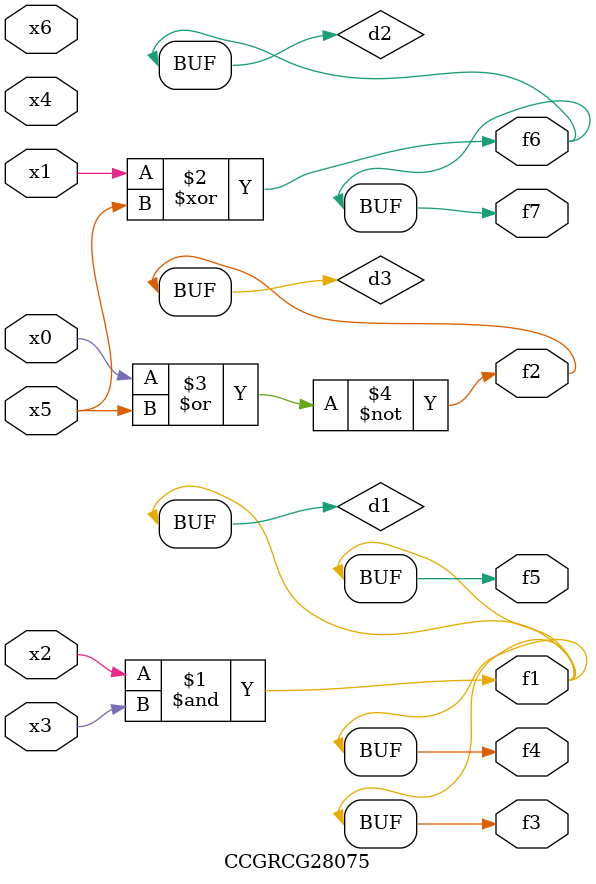
<source format=v>
module CCGRCG28075(
	input x0, x1, x2, x3, x4, x5, x6,
	output f1, f2, f3, f4, f5, f6, f7
);

	wire d1, d2, d3;

	and (d1, x2, x3);
	xor (d2, x1, x5);
	nor (d3, x0, x5);
	assign f1 = d1;
	assign f2 = d3;
	assign f3 = d1;
	assign f4 = d1;
	assign f5 = d1;
	assign f6 = d2;
	assign f7 = d2;
endmodule

</source>
